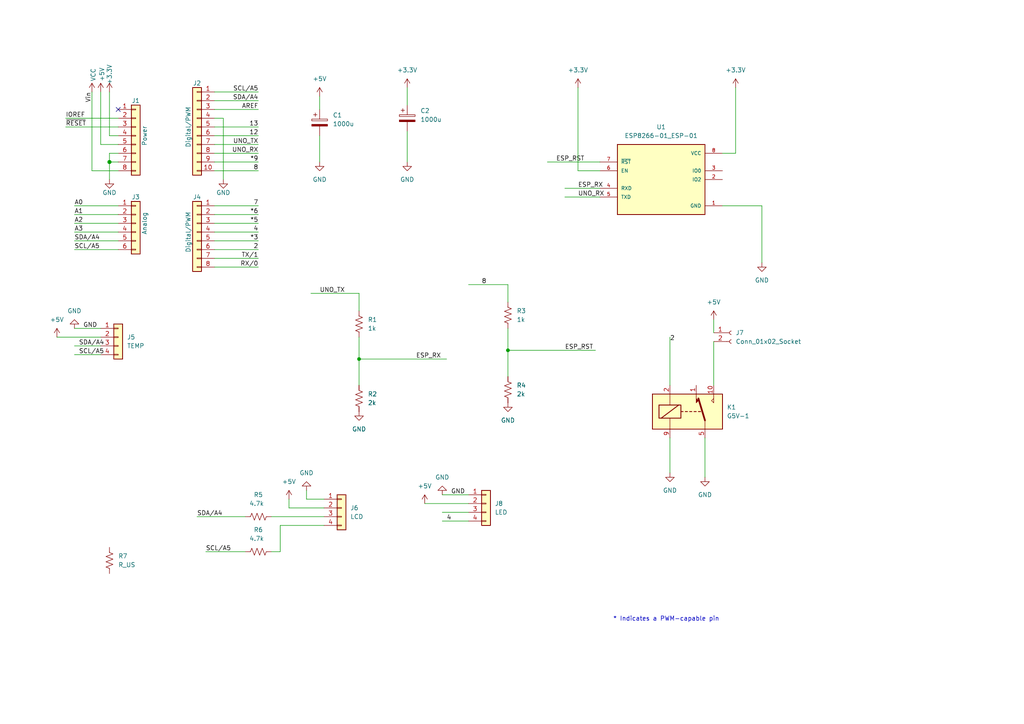
<source format=kicad_sch>
(kicad_sch (version 20230121) (generator eeschema)
  (paper "A4")
  (title_block (date "mar. 31 mars 2015"))
  (lib_symbols
    (symbol "+5V_1" (power) (pin_names (offset 0))
      (property "Value" "+5V_1" (at 0 3.556 0))
      (symbol "+5V_1_0_1"
        (polyline (pts (xy -0.762 1.27) (xy 0 2.54)))
        (polyline (pts (xy 0 0) (xy 0 2.54)))
        (polyline (pts (xy 0 2.54) (xy 0.762 1.27)))
      )
      (symbol "+5V_1_1_1"
        (pin power_in line (at 0 0 90) (length 0) hide (name "+5V") (number "1"))
      )
    )
    (symbol "+5V_2" (power) (pin_names (offset 0))
      (property "Value" "+5V_2" (at 0 3.556 0))
      (symbol "+5V_2_0_1"
        (polyline (pts (xy -0.762 1.27) (xy 0 2.54)))
        (polyline (pts (xy 0 0) (xy 0 2.54)))
        (polyline (pts (xy 0 2.54) (xy 0.762 1.27)))
      )
      (symbol "+5V_2_1_1"
        (pin power_in line (at 0 0 90) (length 0) hide (name "+5V") (number "1"))
      )
    )
    (symbol "+5V_3" (power) (pin_names (offset 0))
      (property "Value" "+5V_3" (at 0 3.556 0))
      (symbol "+5V_3_0_1"
        (polyline (pts (xy -0.762 1.27) (xy 0 2.54)))
        (polyline (pts (xy 0 0) (xy 0 2.54)))
        (polyline (pts (xy 0 2.54) (xy 0.762 1.27)))
      )
      (symbol "+5V_3_1_1"
        (pin power_in line (at 0 0 90) (length 0) hide (name "+5V") (number "1"))
      )
    )
    (symbol "Connector:Conn_01x02_Socket" (pin_names (offset 1.016) hide)
      (property "Reference" "J" (at 0 2.54 0))
      (property "Value" "Conn_01x02_Socket" (at 0 -5.08 0))
      (symbol "Conn_01x02_Socket_1_1"
        (arc (start 0 -2.032) (mid -0.5058 -2.54) (end 0 -3.048) (stroke (width 0.1524)))
        (polyline (pts (xy -1.27 -2.54) (xy -0.508 -2.54)) (stroke (width 0.1524)))
        (polyline (pts (xy -1.27 0) (xy -0.508 0)) (stroke (width 0.1524)))
        (arc (start 0 0.508) (mid -0.5058 0) (end 0 -0.508) (stroke (width 0.1524)))
        (pin passive line (at -5.08 0 0) (length 3.81) (name "Pin_1") (number "1"))
        (pin passive line (at -5.08 -2.54 0) (length 3.81) (name "Pin_2") (number "2"))
      )
    )
    (symbol "Connector_Generic:Conn_01x04" (pin_names (offset 1.016) hide)
      (property "Reference" "J" (at 0 5.08 0))
      (property "Value" "Conn_01x04" (at 0 -7.62 0))
      (symbol "Conn_01x04_1_1"
        (rectangle (start -1.27 -4.953) (end 0 -5.207) (stroke (width 0.1524)))
        (rectangle (start -1.27 -2.413) (end 0 -2.667) (stroke (width 0.1524)))
        (rectangle (start -1.27 0.127) (end 0 -0.127) (stroke (width 0.1524)))
        (rectangle (start -1.27 2.667) (end 0 2.413) (stroke (width 0.1524)))
        (rectangle (start -1.27 3.81) (end 1.27 -6.35) (stroke (width 0.254)) (fill (type background)))
        (pin passive line (at -5.08 2.54 0) (length 3.81) (name "Pin_1") (number "1"))
        (pin passive line (at -5.08 0 0) (length 3.81) (name "Pin_2") (number "2"))
        (pin passive line (at -5.08 -2.54 0) (length 3.81) (name "Pin_3") (number "3"))
        (pin passive line (at -5.08 -5.08 0) (length 3.81) (name "Pin_4") (number "4"))
      )
    )
    (symbol "Connector_Generic:Conn_01x06" (pin_names (offset 1.016) hide)
      (property "Reference" "J" (at 0 7.62 0))
      (property "Value" "Conn_01x06" (at 0 -10.16 0))
      (symbol "Conn_01x06_1_1"
        (rectangle (start -1.27 -7.493) (end 0 -7.747) (stroke (width 0.1524)))
        (rectangle (start -1.27 -4.953) (end 0 -5.207) (stroke (width 0.1524)))
        (rectangle (start -1.27 -2.413) (end 0 -2.667) (stroke (width 0.1524)))
        (rectangle (start -1.27 0.127) (end 0 -0.127) (stroke (width 0.1524)))
        (rectangle (start -1.27 2.667) (end 0 2.413) (stroke (width 0.1524)))
        (rectangle (start -1.27 5.207) (end 0 4.953) (stroke (width 0.1524)))
        (rectangle (start -1.27 6.35) (end 1.27 -8.89) (stroke (width 0.254)) (fill (type background)))
        (pin passive line (at -5.08 5.08 0) (length 3.81) (name "Pin_1") (number "1"))
        (pin passive line (at -5.08 2.54 0) (length 3.81) (name "Pin_2") (number "2"))
        (pin passive line (at -5.08 0 0) (length 3.81) (name "Pin_3") (number "3"))
        (pin passive line (at -5.08 -2.54 0) (length 3.81) (name "Pin_4") (number "4"))
        (pin passive line (at -5.08 -5.08 0) (length 3.81) (name "Pin_5") (number "5"))
        (pin passive line (at -5.08 -7.62 0) (length 3.81) (name "Pin_6") (number "6"))
      )
    )
    (symbol "Connector_Generic:Conn_01x08" (pin_names (offset 1.016) hide)
      (property "Reference" "J" (at 0 10.16 0))
      (property "Value" "Conn_01x08" (at 0 -12.7 0))
      (symbol "Conn_01x08_1_1"
        (rectangle (start -1.27 -10.033) (end 0 -10.287) (stroke (width 0.1524)))
        (rectangle (start -1.27 -7.493) (end 0 -7.747) (stroke (width 0.1524)))
        (rectangle (start -1.27 -4.953) (end 0 -5.207) (stroke (width 0.1524)))
        (rectangle (start -1.27 -2.413) (end 0 -2.667) (stroke (width 0.1524)))
        (rectangle (start -1.27 0.127) (end 0 -0.127) (stroke (width 0.1524)))
        (rectangle (start -1.27 2.667) (end 0 2.413) (stroke (width 0.1524)))
        (rectangle (start -1.27 5.207) (end 0 4.953) (stroke (width 0.1524)))
        (rectangle (start -1.27 7.747) (end 0 7.493) (stroke (width 0.1524)))
        (rectangle (start -1.27 8.89) (end 1.27 -11.43) (stroke (width 0.254)) (fill (type background)))
        (pin passive line (at -5.08 7.62 0) (length 3.81) (name "Pin_1") (number "1"))
        (pin passive line (at -5.08 5.08 0) (length 3.81) (name "Pin_2") (number "2"))
        (pin passive line (at -5.08 2.54 0) (length 3.81) (name "Pin_3") (number "3"))
        (pin passive line (at -5.08 0 0) (length 3.81) (name "Pin_4") (number "4"))
        (pin passive line (at -5.08 -2.54 0) (length 3.81) (name "Pin_5") (number "5"))
        (pin passive line (at -5.08 -5.08 0) (length 3.81) (name "Pin_6") (number "6"))
        (pin passive line (at -5.08 -7.62 0) (length 3.81) (name "Pin_7") (number "7"))
        (pin passive line (at -5.08 -10.16 0) (length 3.81) (name "Pin_8") (number "8"))
      )
    )
    (symbol "Connector_Generic:Conn_01x10" (pin_names (offset 1.016) hide)
      (property "Reference" "J" (at 0 12.7 0))
      (property "Value" "Conn_01x10" (at 0 -15.24 0))
      (symbol "Conn_01x10_1_1"
        (rectangle (start -1.27 -12.573) (end 0 -12.827) (stroke (width 0.1524)))
        (rectangle (start -1.27 -10.033) (end 0 -10.287) (stroke (width 0.1524)))
        (rectangle (start -1.27 -7.493) (end 0 -7.747) (stroke (width 0.1524)))
        (rectangle (start -1.27 -4.953) (end 0 -5.207) (stroke (width 0.1524)))
        (rectangle (start -1.27 -2.413) (end 0 -2.667) (stroke (width 0.1524)))
        (rectangle (start -1.27 0.127) (end 0 -0.127) (stroke (width 0.1524)))
        (rectangle (start -1.27 2.667) (end 0 2.413) (stroke (width 0.1524)))
        (rectangle (start -1.27 5.207) (end 0 4.953) (stroke (width 0.1524)))
        (rectangle (start -1.27 7.747) (end 0 7.493) (stroke (width 0.1524)))
        (rectangle (start -1.27 10.287) (end 0 10.033) (stroke (width 0.1524)))
        (rectangle (start -1.27 11.43) (end 1.27 -13.97) (stroke (width 0.254)) (fill (type background)))
        (pin passive line (at -5.08 10.16 0) (length 3.81) (name "Pin_1") (number "1"))
        (pin passive line (at -5.08 -12.7 0) (length 3.81) (name "Pin_10") (number "10"))
        (pin passive line (at -5.08 7.62 0) (length 3.81) (name "Pin_2") (number "2"))
        (pin passive line (at -5.08 5.08 0) (length 3.81) (name "Pin_3") (number "3"))
        (pin passive line (at -5.08 2.54 0) (length 3.81) (name "Pin_4") (number "4"))
        (pin passive line (at -5.08 0 0) (length 3.81) (name "Pin_5") (number "5"))
        (pin passive line (at -5.08 -2.54 0) (length 3.81) (name "Pin_6") (number "6"))
        (pin passive line (at -5.08 -5.08 0) (length 3.81) (name "Pin_7") (number "7"))
        (pin passive line (at -5.08 -7.62 0) (length 3.81) (name "Pin_8") (number "8"))
        (pin passive line (at -5.08 -10.16 0) (length 3.81) (name "Pin_9") (number "9"))
      )
    )
    (symbol "Device:C_Polarized" (pin_numbers hide) (pin_names (offset 0.254))
      (property "Reference" "C" (at 0.635 2.54 0))
      (property "Value" "C_Polarized" (at 0.635 -2.54 0))
      (symbol "C_Polarized_0_1"
        (rectangle (start -2.286 0.508) (end 2.286 1.016))
        (polyline (pts (xy -1.778 2.286) (xy -0.762 2.286)))
        (polyline (pts (xy -1.27 2.794) (xy -1.27 1.778)))
        (rectangle (start 2.286 -0.508) (end -2.286 -1.016) (fill (type outline)))
      )
      (symbol "C_Polarized_1_1"
        (pin passive line (at 0 3.81 270) (length 2.794) (name "~") (number "1"))
        (pin passive line (at 0 -3.81 90) (length 2.794) (name "~") (number "2"))
      )
    )
    (symbol "Device:R_US" (pin_numbers hide) (pin_names (offset 0))
      (property "Reference" "R" (at 2.54 0 90))
      (property "Value" "R_US" (at -2.54 0 90))
      (symbol "R_US_0_1"
        (polyline (pts (xy 0 -2.286) (xy 0 -2.54)))
        (polyline (pts (xy 0 2.286) (xy 0 2.54)))
        (polyline (pts (xy 0 -0.762) (xy 1.016 -1.143) (xy 0 -1.524) (xy -1.016 -1.905) (xy 0 -2.286)))
        (polyline (pts (xy 0 0.762) (xy 1.016 0.381) (xy 0 0) (xy -1.016 -0.381) (xy 0 -0.762)))
        (polyline (pts (xy 0 2.286) (xy 1.016 1.905) (xy 0 1.524) (xy -1.016 1.143) (xy 0 0.762)))
      )
      (symbol "R_US_1_1"
        (pin passive line (at 0 3.81 270) (length 1.27) (name "~") (number "1"))
        (pin passive line (at 0 -3.81 90) (length 1.27) (name "~") (number "2"))
      )
    )
    (symbol "ESP8266-01_ESP-01:ESP8266-01_ESP-01" (pin_names (offset 1.016))
      (property "Reference" "U" (at -12.7094 10.6778 0))
      (property "Value" "ESP8266-01_ESP-01" (at -12.7131 -12.7131 0))
      (symbol "ESP8266-01_ESP-01_0_0"
        (rectangle (start -12.7 -10.16) (end 12.7 10.16) (stroke (width 0.254)) (fill (type background)))
        (pin power_in line (at 17.78 -7.62 180) (length 5.08) (name "GND") (number "1"))
        (pin bidirectional line (at 17.78 0 180) (length 5.08) (name "IO2") (number "2"))
        (pin bidirectional line (at 17.78 2.54 180) (length 5.08) (name "IO0") (number "3"))
        (pin input line (at -17.78 -2.54 0) (length 5.08) (name "RXD") (number "4"))
        (pin output line (at -17.78 -5.08 0) (length 5.08) (name "TXD") (number "5"))
        (pin input line (at -17.78 2.54 0) (length 5.08) (name "EN") (number "6"))
        (pin input line (at -17.78 5.08 0) (length 5.08) (name "~{RST}") (number "7"))
        (pin power_in line (at 17.78 7.62 180) (length 5.08) (name "VCC") (number "8"))
      )
    )
    (symbol "GND_1" (power) (pin_names (offset 0))
      (property "Value" "GND_1" (at 0 -3.81 0))
      (symbol "GND_1_0_1"
        (polyline (pts (xy 0 0) (xy 0 -1.27) (xy 1.27 -1.27) (xy 0 -2.54) (xy -1.27 -1.27) (xy 0 -1.27)))
      )
      (symbol "GND_1_1_1"
        (pin power_in line (at 0 0 270) (length 0) hide (name "GND") (number "1"))
      )
    )
    (symbol "GND_2" (power) (pin_names (offset 0))
      (property "Value" "GND_2" (at 0 -3.81 0))
      (symbol "GND_2_0_1"
        (polyline (pts (xy 0 0) (xy 0 -1.27) (xy 1.27 -1.27) (xy 0 -2.54) (xy -1.27 -1.27) (xy 0 -1.27)))
      )
      (symbol "GND_2_1_1"
        (pin power_in line (at 0 0 270) (length 0) hide (name "GND") (number "1"))
      )
    )
    (symbol "GND_3" (power) (pin_names (offset 0))
      (property "Value" "GND_3" (at 0 -3.81 0))
      (symbol "GND_3_0_1"
        (polyline (pts (xy 0 0) (xy 0 -1.27) (xy 1.27 -1.27) (xy 0 -2.54) (xy -1.27 -1.27) (xy 0 -1.27)))
      )
      (symbol "GND_3_1_1"
        (pin power_in line (at 0 0 270) (length 0) hide (name "GND") (number "1"))
      )
    )
    (symbol "GND_4" (power) (pin_names (offset 0))
      (property "Value" "GND_4" (at 0 -3.81 0))
      (symbol "GND_4_0_1"
        (polyline (pts (xy 0 0) (xy 0 -1.27) (xy 1.27 -1.27) (xy 0 -2.54) (xy -1.27 -1.27) (xy 0 -1.27)))
      )
      (symbol "GND_4_1_1"
        (pin power_in line (at 0 0 270) (length 0) hide (name "GND") (number "1"))
      )
    )
    (symbol "GND_5" (power) (pin_names (offset 0))
      (property "Value" "GND_5" (at 0 -3.81 0))
      (symbol "GND_5_0_1"
        (polyline (pts (xy 0 0) (xy 0 -1.27) (xy 1.27 -1.27) (xy 0 -2.54) (xy -1.27 -1.27) (xy 0 -1.27)))
      )
      (symbol "GND_5_1_1"
        (pin power_in line (at 0 0 270) (length 0) hide (name "GND") (number "1"))
      )
    )
    (symbol "Relay:G5V-1"
      (property "Reference" "K" (at 11.43 3.81 0))
      (property "Value" "G5V-1" (at 11.43 1.27 0))
      (symbol "G5V-1_0_0"
        (polyline (pts (xy 7.62 5.08) (xy 7.62 2.54) (xy 6.985 3.175) (xy 7.62 3.81)))
      )
      (symbol "G5V-1_0_1"
        (rectangle (start -10.16 5.08) (end 10.16 -5.08) (stroke (width 0.254)) (fill (type background)))
        (rectangle (start -8.255 1.905) (end -1.905 -1.905) (stroke (width 0.254)))
        (polyline (pts (xy -7.62 -1.905) (xy -2.54 1.905)) (stroke (width 0.254)))
        (polyline (pts (xy -5.08 -5.08) (xy -5.08 -1.905)))
        (polyline (pts (xy -5.08 5.08) (xy -5.08 1.905)))
        (polyline (pts (xy -1.905 0) (xy -1.27 0)) (stroke (width 0.254)))
        (polyline (pts (xy -0.635 0) (xy 0 0)) (stroke (width 0.254)))
        (polyline (pts (xy 0.635 0) (xy 1.27 0)) (stroke (width 0.254)))
        (polyline (pts (xy 1.905 0) (xy 2.54 0)) (stroke (width 0.254)))
        (polyline (pts (xy 3.175 0) (xy 3.81 0)) (stroke (width 0.254)))
        (polyline (pts (xy 5.08 -2.54) (xy 3.175 3.81)) (stroke (width 0.508)))
        (polyline (pts (xy 5.08 -2.54) (xy 5.08 -5.08)))
        (polyline (pts (xy 2.54 5.08) (xy 2.54 2.54) (xy 3.175 3.175) (xy 2.54 3.81)) (fill (type outline)))
      )
      (symbol "G5V-1_1_1"
        (pin passive line (at 2.54 7.62 270) (length 2.54) (name "~") (number "1"))
        (pin passive line (at 7.62 7.62 270) (length 2.54) (name "~") (number "10"))
        (pin passive line (at -5.08 7.62 270) (length 2.54) (name "~") (number "2"))
        (pin passive line (at 5.08 -7.62 90) (length 2.54) (name "~") (number "5"))
        (pin passive line (at 5.08 -7.62 90) (length 2.54) hide (name "~") (number "6"))
        (pin passive line (at -5.08 -7.62 90) (length 2.54) (name "~") (number "9"))
      )
    )
    (symbol "power:+3.3V" (power) (pin_names (offset 0))
      (property "Value" "+3.3V" (at 0 3.556 0))
      (symbol "+3.3V_0_1"
        (polyline (pts (xy -0.762 1.27) (xy 0 2.54)))
        (polyline (pts (xy 0 0) (xy 0 2.54)))
        (polyline (pts (xy 0 2.54) (xy 0.762 1.27)))
      )
      (symbol "+3.3V_1_1"
        (pin power_in line (at 0 0 90) (length 0) hide (name "+3.3V") (number "1"))
      )
    )
    (symbol "power:+5V" (power) (pin_names (offset 0))
      (property "Value" "+5V" (at 0 3.556 0))
      (symbol "+5V_0_1"
        (polyline (pts (xy -0.762 1.27) (xy 0 2.54)))
        (polyline (pts (xy 0 0) (xy 0 2.54)))
        (polyline (pts (xy 0 2.54) (xy 0.762 1.27)))
      )
      (symbol "+5V_1_1"
        (pin power_in line (at 0 0 90) (length 0) hide (name "+5V") (number "1"))
      )
    )
    (symbol "power:GND" (power) (pin_names (offset 0))
      (property "Value" "GND" (at 0 -3.81 0))
      (symbol "GND_0_1"
        (polyline (pts (xy 0 0) (xy 0 -1.27) (xy 1.27 -1.27) (xy 0 -2.54) (xy -1.27 -1.27) (xy 0 -1.27)))
      )
      (symbol "GND_1_1"
        (pin power_in line (at 0 0 270) (length 0) hide (name "GND") (number "1"))
      )
    )
    (symbol "power:VCC" (power) (pin_names (offset 0))
      (property "Value" "VCC" (at 0 3.81 0))
      (symbol "VCC_0_1"
        (polyline (pts (xy -0.762 1.27) (xy 0 2.54)))
        (polyline (pts (xy 0 0) (xy 0 2.54)))
        (polyline (pts (xy 0 2.54) (xy 0.762 1.27)))
      )
      (symbol "VCC_1_1"
        (pin power_in line (at 0 0 90) (length 0) hide (name "VCC") (number "1"))
      )
    )
  )
  (junction (at 31.75 46.99) (diameter 1.016))
  (junction (at 104.14 104.14))
  (junction (at 147.32 101.6))
  (no_connect (at 34.29 31.75))
  (wire (pts (xy 62.23 77.47) (xy 74.93 77.47)))
  (wire (pts (xy 93.98 147.32) (xy 83.82 147.32)))
  (wire (pts (xy 62.23 44.45) (xy 74.93 44.45)))
  (wire (pts (xy 78.74 149.86) (xy 93.98 149.86)))
  (wire (pts (xy 204.47 127) (xy 204.47 138.43)))
  (wire (pts (xy 59.69 160.02) (xy 71.12 160.02)))
  (wire (pts (xy 207.01 92.71) (xy 207.01 96.52)))
  (wire (pts (xy 21.59 100.33) (xy 29.21 100.33)))
  (wire (pts (xy 62.23 26.67) (xy 74.93 26.67)))
  (wire (pts (xy 167.64 49.53) (xy 173.99 49.53)))
  (wire (pts (xy 78.74 160.02) (xy 81.28 160.02)))
  (wire (pts (xy 31.75 44.45) (xy 31.75 46.99)))
  (wire (pts (xy 21.59 72.39) (xy 34.29 72.39)))
  (wire (pts (xy 16.51 97.79) (xy 29.21 97.79)))
  (wire (pts (xy 163.83 54.61) (xy 173.99 54.61)))
  (wire (pts (xy 194.31 127) (xy 194.31 137.16)))
  (wire (pts (xy 31.75 46.99) (xy 31.75 52.07)))
  (wire (pts (xy 31.75 39.37) (xy 34.29 39.37)))
  (wire (pts (xy 90.17 85.09) (xy 104.14 85.09)))
  (wire (pts (xy 29.21 41.91) (xy 34.29 41.91)))
  (wire (pts (xy 29.21 26.67) (xy 29.21 41.91)))
  (wire (pts (xy 104.14 90.17) (xy 104.14 85.09)))
  (wire (pts (xy 209.55 44.45) (xy 213.36 44.45)))
  (wire (pts (xy 62.23 36.83) (xy 74.93 36.83)))
  (wire (pts (xy 147.32 101.6) (xy 147.32 109.22)))
  (wire (pts (xy 31.75 26.67) (xy 31.75 39.37)))
  (wire (pts (xy 62.23 59.69) (xy 74.93 59.69)))
  (wire (pts (xy 34.29 59.69) (xy 21.59 59.69)))
  (wire (pts (xy 62.23 39.37) (xy 74.93 39.37)))
  (wire (pts (xy 62.23 62.23) (xy 74.93 62.23)))
  (wire (pts (xy 147.32 95.25) (xy 147.32 101.6)))
  (wire (pts (xy 88.9 142.24) (xy 88.9 144.78)))
  (wire (pts (xy 21.59 102.87) (xy 29.21 102.87)))
  (wire (pts (xy 62.23 46.99) (xy 74.93 46.99)))
  (wire (pts (xy 81.28 160.02) (xy 81.28 152.4)))
  (wire (pts (xy 158.75 46.99) (xy 173.99 46.99)))
  (wire (pts (xy 62.23 67.31) (xy 74.93 67.31)))
  (wire (pts (xy 163.83 57.15) (xy 173.99 57.15)))
  (wire (pts (xy 118.11 38.1) (xy 118.11 46.99)))
  (wire (pts (xy 92.71 31.75) (xy 92.71 27.94)))
  (wire (pts (xy 19.05 34.29) (xy 34.29 34.29)))
  (wire (pts (xy 128.27 143.51) (xy 135.89 143.51)))
  (wire (pts (xy 123.19 146.05) (xy 135.89 146.05)))
  (wire (pts (xy 64.77 34.29) (xy 64.77 52.07)))
  (wire (pts (xy 62.23 31.75) (xy 74.93 31.75)))
  (wire (pts (xy 92.71 39.37) (xy 92.71 46.99)))
  (wire (pts (xy 81.28 152.4) (xy 93.98 152.4)))
  (wire (pts (xy 34.29 64.77) (xy 21.59 64.77)))
  (wire (pts (xy 19.05 36.83) (xy 34.29 36.83)))
  (wire (pts (xy 104.14 97.79) (xy 104.14 104.14)))
  (wire (pts (xy 83.82 144.78) (xy 83.82 147.32)))
  (wire (pts (xy 209.55 59.69) (xy 220.98 59.69)))
  (wire (pts (xy 34.29 46.99) (xy 31.75 46.99)))
  (wire (pts (xy 128.27 151.13) (xy 135.89 151.13)))
  (wire (pts (xy 57.15 149.86) (xy 71.12 149.86)))
  (wire (pts (xy 128.27 148.59) (xy 135.89 148.59)))
  (wire (pts (xy 34.29 49.53) (xy 26.67 49.53)))
  (wire (pts (xy 21.59 62.23) (xy 34.29 62.23)))
  (wire (pts (xy 104.14 104.14) (xy 129.54 104.14)))
  (wire (pts (xy 167.64 25.4) (xy 167.64 49.53)))
  (wire (pts (xy 62.23 34.29) (xy 64.77 34.29)))
  (wire (pts (xy 104.14 104.14) (xy 104.14 111.76)))
  (wire (pts (xy 34.29 44.45) (xy 31.75 44.45)))
  (wire (pts (xy 213.36 44.45) (xy 213.36 25.4)))
  (wire (pts (xy 62.23 41.91) (xy 74.93 41.91)))
  (wire (pts (xy 135.89 82.55) (xy 147.32 82.55)))
  (wire (pts (xy 62.23 64.77) (xy 74.93 64.77)))
  (wire (pts (xy 21.59 67.31) (xy 34.29 67.31)))
  (wire (pts (xy 220.98 59.69) (xy 220.98 76.2)))
  (wire (pts (xy 147.32 101.6) (xy 172.72 101.6)))
  (wire (pts (xy 21.59 95.25) (xy 29.21 95.25)))
  (wire (pts (xy 93.98 144.78) (xy 88.9 144.78)))
  (wire (pts (xy 147.32 87.63) (xy 147.32 82.55)))
  (wire (pts (xy 62.23 29.21) (xy 74.93 29.21)))
  (wire (pts (xy 62.23 72.39) (xy 74.93 72.39)))
  (wire (pts (xy 62.23 69.85) (xy 74.93 69.85)))
  (wire (pts (xy 194.31 97.79) (xy 194.31 111.76)))
  (wire (pts (xy 207.01 99.06) (xy 207.01 111.76)))
  (wire (pts (xy 62.23 74.93) (xy 74.93 74.93)))
  (wire (pts (xy 26.67 49.53) (xy 26.67 26.67)))
  (wire (pts (xy 34.29 69.85) (xy 21.59 69.85)))
  (wire (pts (xy 62.23 49.53) (xy 74.93 49.53)))
  (wire (pts (xy 118.11 30.48) (xy 118.11 25.4)))
  (text "* Indicates a PWM-capable pin" (at 177.8 180.34 0) (effects (font (size 1.27 1.27)) (justify left bottom)))
  (label "RX{slash}0" (at 74.93 77.47 180))
  (label "A2" (at 21.59 64.77 0))
  (label "4" (at 74.93 67.31 180))
  (label "2" (at 74.93 72.39 180))
  (label "A3" (at 21.59 67.31 0))
  (label "13" (at 74.93 36.83 180))
  (label "4" (at 129.54 151.13 0))
  (label "GND" (at 24.13 95.25 0))
  (label "12" (at 74.93 39.37 180))
  (label "~{RESET}" (at 19.05 36.83 0))
  (label "GND" (at 130.81 143.51 0))
  (label "UNO_RX" (at 74.93 44.45 180))
  (label "SCL{slash}A5" (at 22.86 102.87 0))
  (label "2" (at 194.31 99.06 0))
  (label "SDA{slash}A4" (at 57.15 149.86 0))
  (label "SCL{slash}A5" (at 59.69 160.02 0))
  (label "ESP_RST" (at 163.83 101.6 0))
  (label "7" (at 74.93 59.69 180))
  (label "SDA{slash}A4" (at 74.93 29.21 180))
  (label "8" (at 74.93 49.53 180))
  (label "UNO_TX" (at 74.93 41.91 180))
  (label "*3" (at 74.93 69.85 180))
  (label "ESP_RX" (at 167.64 54.61 0))
  (label "A1" (at 21.59 62.23 0))
  (label "TX{slash}1" (at 74.93 74.93 180))
  (label "SDA{slash}A4" (at 22.86 100.33 0))
  (label "8" (at 139.7 82.55 0))
  (label "UNO_RX" (at 167.64 57.15 0))
  (label "ESP_RST" (at 161.29 46.99 0))
  (label "A0" (at 21.59 59.69 0))
  (label "AREF" (at 74.93 31.75 180))
  (label "Vin" (at 26.67 26.67 270))
  (label "*6" (at 74.93 62.23 180))
  (label "SCL{slash}A5" (at 74.93 26.67 180))
  (label "*9" (at 74.93 46.99 180))
  (label "UNO_TX" (at 92.71 85.09 0))
  (label "ESP_RX" (at 120.65 104.14 0))
  (label "*5" (at 74.93 64.77 180))
  (label "IOREF" (at 19.05 34.29 0))
  (label "SDA{slash}A4" (at 21.59 69.85 0))
  (label "SCL{slash}A5" (at 21.59 72.39 0))
  (symbol (lib_id "Connector_Generic:Conn_01x08") (at 39.37 39.37 0) (unit 1)
    (property "Reference" "J1" (at 39.37 29.21 0))
    (property "Value" "Power" (at 41.91 39.37 90))
    (property "Footprint" "Connector_PinSocket_2.54mm:PinSocket_1x08_P2.54mm_Vertical" (effects hide))
  )
  (symbol (lib_id "power:+5V") (at 29.21 26.67 0) (unit 1)
    (property "Reference" "#PWR02" (effects hide))
    (property "Value" "+5V" (at 29.5656 23.622 90) (effects (justify left)))
  )
  (symbol (lib_id "power:GND") (at 31.75 52.07 0) (unit 1)
    (property "Reference" "#PWR04" (effects hide))
    (property "Value" "GND" (at 31.75 55.88 0))
  )
  (symbol (lib_id "Connector_Generic:Conn_01x10") (at 57.15 36.83 0) (mirror y) (unit 1)
    (property "Reference" "J2" (at 57.15 24.13 0))
    (property "Value" "Digital/PWM" (at 54.61 36.83 90))
    (property "Footprint" "Connector_PinSocket_2.54mm:PinSocket_1x10_P2.54mm_Vertical" (effects hide))
  )
  (symbol (lib_id "power:GND") (at 64.77 52.07 0) (unit 1)
    (property "Reference" "#PWR05" (effects hide))
    (property "Value" "GND" (at 64.77 55.88 0))
  )
  (symbol (lib_id "Connector_Generic:Conn_01x06") (at 39.37 64.77 0) (unit 1)
    (property "Reference" "J3" (at 39.37 57.15 0))
    (property "Value" "Analog" (at 41.91 64.77 90))
    (property "Footprint" "Connector_PinSocket_2.54mm:PinSocket_1x06_P2.54mm_Vertical" (effects hide))
  )
  (symbol (lib_id "Connector_Generic:Conn_01x08") (at 57.15 67.31 0) (mirror y) (unit 1)
    (property "Reference" "J4" (at 57.15 57.15 0))
    (property "Value" "Digital/PWM" (at 54.61 67.31 90))
    (property "Footprint" "Connector_PinSocket_2.54mm:PinSocket_1x08_P2.54mm_Vertical" (effects hide))
  )
  (symbol (lib_id "power:+3.3V") (at 167.64 25.4 0) (unit 1)
    (property "Reference" "#PWR011" (effects hide))
    (property "Value" "+3.3V" (at 167.64 20.32 0))
  )
  (symbol (lib_name "GND_1") (lib_id "power:GND") (at 128.27 143.51 180) (unit 1)
    (property "Reference" "#PWR023" (effects hide))
    (property "Value" "GND" (at 128.27 138.43 0))
  )
  (symbol (lib_id "Device:R_US") (at 147.32 91.44 0) (unit 1)
    (property "Reference" "R3" (at 149.86 90.17 0) (effects (justify left)))
    (property "Value" "1k" (at 149.86 92.71 0) (effects (justify left)))
    (property "Footprint" "Resistor_THT:R_Axial_DIN0207_L6.3mm_D2.5mm_P10.16mm_Horizontal" (effects hide))
  )
  (symbol (lib_id "Connector_Generic:Conn_01x04") (at 34.29 97.79 0) (unit 1)
    (property "Reference" "J5" (at 36.83 97.79 0) (effects (justify left)))
    (property "Value" "TEMP" (at 36.83 100.33 0) (effects (justify left)))
    (property "Footprint" "Connector:NS-Tech_Grove_1x04_P2mm_Vertical" (effects hide))
  )
  (symbol (lib_id "Connector_Generic:Conn_01x04") (at 140.97 146.05 0) (unit 1)
    (property "Reference" "J8" (at 143.51 146.05 0) (effects (justify left)))
    (property "Value" "LED" (at 143.51 148.59 0) (effects (justify left)))
    (property "Footprint" "Connector:NS-Tech_Grove_1x04_P2mm_Vertical" (effects hide))
  )
  (symbol (lib_id "power:+3.3V") (at 118.11 25.4 0) (unit 1)
    (property "Reference" "#PWR09" (effects hide))
    (property "Value" "+3.3V" (at 118.11 20.32 0))
  )
  (symbol (lib_name "+5V_1") (lib_id "power:+5V") (at 92.71 27.94 0) (unit 1)
    (property "Reference" "#PWR08" (effects hide))
    (property "Value" "+5V" (at 92.71 22.86 0))
  )
  (symbol (lib_id "Device:R_US") (at 31.75 162.56 0) (unit 1)
    (property "Reference" "R7" (at 34.29 161.29 0) (effects (justify left)))
    (property "Value" "R_US" (at 34.29 163.83 0) (effects (justify left)))
    (property "Footprint" "Resistor_THT:R_Axial_DIN0207_L6.3mm_D2.5mm_P10.16mm_Horizontal" (effects hide))
  )
  (symbol (lib_id "Device:R_US") (at 104.14 93.98 0) (unit 1)
    (property "Reference" "R1" (at 106.68 92.71 0) (effects (justify left)))
    (property "Value" "1k" (at 106.68 95.25 0) (effects (justify left)))
    (property "Footprint" "Resistor_THT:R_Axial_DIN0207_L6.3mm_D2.5mm_P10.16mm_Horizontal" (effects hide))
  )
  (symbol (lib_name "GND_3") (lib_id "power:GND") (at 194.31 137.16 0) (unit 1)
    (property "Reference" "#PWR019" (effects hide))
    (property "Value" "GND" (at 194.31 142.24 0))
  )
  (symbol (lib_id "power:+3.3V") (at 213.36 25.4 0) (unit 1)
    (property "Reference" "#PWR012" (effects hide))
    (property "Value" "+3.3V" (at 213.36 20.32 0))
  )
  (symbol (lib_name "GND_2") (lib_id "power:GND") (at 104.14 119.38 0) (unit 1)
    (property "Reference" "#PWR010" (effects hide))
    (property "Value" "GND" (at 104.14 124.46 0))
  )
  (symbol (lib_id "Connector_Generic:Conn_01x04") (at 99.06 147.32 0) (unit 1)
    (property "Reference" "J6" (at 101.6 147.32 0) (effects (justify left)))
    (property "Value" "LCD " (at 101.6 149.86 0) (effects (justify left)))
    (property "Footprint" "Connector:NS-Tech_Grove_1x04_P2mm_Vertical" (effects hide))
  )
  (symbol (lib_id "Device:C_Polarized") (at 118.11 34.29 0) (unit 1)
    (property "Reference" "C2" (at 121.92 32.131 0) (effects (justify left)))
    (property "Value" "1000u" (at 121.92 34.671 0) (effects (justify left)))
    (property "Footprint" "Capacitor_THT:CP_Radial_D10.0mm_P5.00mm" (effects hide))
  )
  (symbol (lib_id "Device:R_US") (at 104.14 115.57 0) (unit 1)
    (property "Reference" "R2" (at 106.68 114.3 0) (effects (justify left)))
    (property "Value" "2k" (at 106.68 116.84 0) (effects (justify left)))
    (property "Footprint" "Resistor_THT:R_Axial_DIN0207_L6.3mm_D2.5mm_P10.16mm_Horizontal" (effects hide))
  )
  (symbol (lib_id "Device:R_US") (at 147.32 113.03 0) (unit 1)
    (property "Reference" "R4" (at 149.86 111.76 0) (effects (justify left)))
    (property "Value" "2k" (at 149.86 114.3 0) (effects (justify left)))
    (property "Footprint" "Resistor_THT:R_Axial_DIN0207_L6.3mm_D2.5mm_P10.16mm_Horizontal" (effects hide))
  )
  (symbol (lib_id "power:VCC") (at 26.67 26.67 0) (unit 1)
    (property "Reference" "#PWR01" (effects hide))
    (property "Value" "VCC" (at 27.051 23.622 90) (effects (justify left)))
  )
  (symbol (lib_name "GND_2") (lib_id "power:GND") (at 118.11 46.99 0) (unit 1)
    (property "Reference" "#PWR07" (effects hide))
    (property "Value" "GND" (at 118.11 52.07 0))
  )
  (symbol (lib_name "+5V_2") (lib_id "power:+5V") (at 83.82 144.78 0) (unit 1)
    (property "Reference" "#PWR018" (effects hide))
    (property "Value" "+5V" (at 83.82 139.7 0))
  )
  (symbol (lib_id "power:+3.3V") (at 31.75 26.67 0) (unit 1)
    (property "Reference" "#PWR013" (effects hide))
    (property "Value" "+3.3V" (at 31.75 21.59 90))
  )
  (symbol (lib_name "+5V_1") (lib_id "power:+5V") (at 123.19 146.05 0) (unit 1)
    (property "Reference" "#PWR022" (effects hide))
    (property "Value" "+5V" (at 123.19 140.97 0))
  )
  (symbol (lib_id "Device:R_US") (at 74.93 160.02 90) (unit 1)
    (property "Reference" "R6" (at 74.93 153.67 90))
    (property "Value" "4.7k " (at 74.93 156.21 90))
    (property "Footprint" "Resistor_THT:R_Axial_DIN0207_L6.3mm_D2.5mm_P10.16mm_Horizontal" (effects hide))
  )
  (symbol (lib_name "GND_2") (lib_id "power:GND") (at 147.32 116.84 0) (unit 1)
    (property "Reference" "#PWR015" (effects hide))
    (property "Value" "GND" (at 147.32 121.92 0))
  )
  (symbol (lib_name "GND_4") (lib_id "power:GND") (at 220.98 76.2 0) (unit 1)
    (property "Reference" "#PWR014" (effects hide))
    (property "Value" "GND" (at 220.98 81.28 0))
  )
  (symbol (lib_id "ESP8266-01_ESP-01:ESP8266-01_ESP-01") (at 191.77 52.07 0) (unit 1)
    (property "Reference" "U1" (at 191.77 36.83 0))
    (property "Value" "ESP8266-01_ESP-01" (at 191.77 39.37 0))
    (property "Footprint" "ESP8266-01_ESP-01:XCVR_ESP8266-01_ESP-01" (effects hide))
    (property "MF" "AI-Thinker" (effects hide))
    (property "MAXIMUM_PACKAGE_HEIGHT" "11.2 mm" (effects hide))
    (property "Package" "Non-Standard AI-Thinker" (effects hide))
    (property "Price" "None" (effects hide))
    (property "Check_prices" "https://www.snapeda.com/parts/ESP8266-01/ESP-01/AI-Thinker/view-part/?ref=eda" (effects hide))
    (property "STANDARD" "Manufacturer recommendations or IPC 7351B" (effects hide))
    (property "PARTREV" "V1.2" (effects hide))
    (property "SnapEDA_Link" "https://www.snapeda.com/parts/ESP8266-01/ESP-01/AI-Thinker/view-part/?ref=snap" (effects hide))
    (property "MP" "ESP8266-01/ESP-01" (effects hide))
    (property "Description" "\nMakerFocus 4pcs ESP8266 ESP-01 Serial Wireless WiFi Transceiver Receiver Module 1MB SPI Flash DC3.0-3.6V Internet of Things WiFi Module Board Compatible with Ar duino\n" (effects hide))
    (property "Availability" "Not in stock" (effects hide))
    (property "MANUFACTURER" "AI-Thinker" (effects hide))
  )
  (symbol (lib_id "Relay:G5V-1") (at 199.39 119.38 0) (unit 1)
    (property "Reference" "K1" (at 210.82 118.11 0) (effects (justify left)))
    (property "Value" "G5V-1" (at 210.82 120.65 0) (effects (justify left)))
    (property "Footprint" "Relay_THT:Relay_SPDT_Omron_G5V-1" (effects hide))
    (property "Datasheet" "http://omronfs.omron.com/en_US/ecb/products/pdf/en-g5v_1.pdf" (effects hide))
  )
  (symbol (lib_name "GND_1") (lib_id "power:GND") (at 21.59 95.25 180) (unit 1)
    (property "Reference" "#PWR03" (effects hide))
    (property "Value" "GND" (at 21.59 90.17 0))
  )
  (symbol (lib_id "Connector:Conn_01x02_Socket") (at 212.09 96.52 0) (unit 1)
    (property "Reference" "J7" (at 213.36 96.52 0) (effects (justify left)))
    (property "Value" "Conn_01x02_Socket" (at 213.36 99.06 0) (effects (justify left)))
    (property "Footprint" "Connector_PinHeader_2.54mm:PinHeader_1x02_P2.54mm_Vertical" (effects hide))
  )
  (symbol (lib_name "GND_1") (lib_id "power:GND") (at 92.71 46.99 0) (unit 1)
    (property "Reference" "#PWR06" (effects hide))
    (property "Value" "GND" (at 92.71 52.07 0))
  )
  (symbol (lib_id "Device:C_Polarized") (at 92.71 35.56 0) (unit 1)
    (property "Reference" "C1" (at 96.52 33.401 0) (effects (justify left)))
    (property "Value" "1000u" (at 96.52 35.941 0) (effects (justify left)))
    (property "Footprint" "Capacitor_THT:CP_Radial_D10.0mm_P5.00mm" (effects hide))
  )
  (symbol (lib_name "+5V_1") (lib_id "power:+5V") (at 16.51 97.79 0) (unit 1)
    (property "Reference" "#PWR016" (effects hide))
    (property "Value" "+5V" (at 16.51 92.71 0))
  )
  (symbol (lib_name "GND_5") (lib_id "power:GND") (at 204.47 138.43 0) (unit 1)
    (property "Reference" "#PWR021" (effects hide))
    (property "Value" "GND" (at 204.47 143.51 0))
  )
  (symbol (lib_name "+5V_3") (lib_id "power:+5V") (at 207.01 92.71 0) (unit 1)
    (property "Reference" "#PWR020" (effects hide))
    (property "Value" "+5V" (at 207.01 87.63 0))
  )
  (symbol (lib_id "Device:R_US") (at 74.93 149.86 90) (unit 1)
    (property "Reference" "R5" (at 74.93 143.51 90))
    (property "Value" "4.7k " (at 74.93 146.05 90))
    (property "Footprint" "Resistor_THT:R_Axial_DIN0207_L6.3mm_D2.5mm_P10.16mm_Horizontal" (effects hide))
  )
  (symbol (lib_name "GND_1") (lib_id "power:GND") (at 88.9 142.24 180) (unit 1)
    (property "Reference" "#PWR017" (effects hide))
    (property "Value" "GND" (at 88.9 137.16 0))
  )
)
</source>
